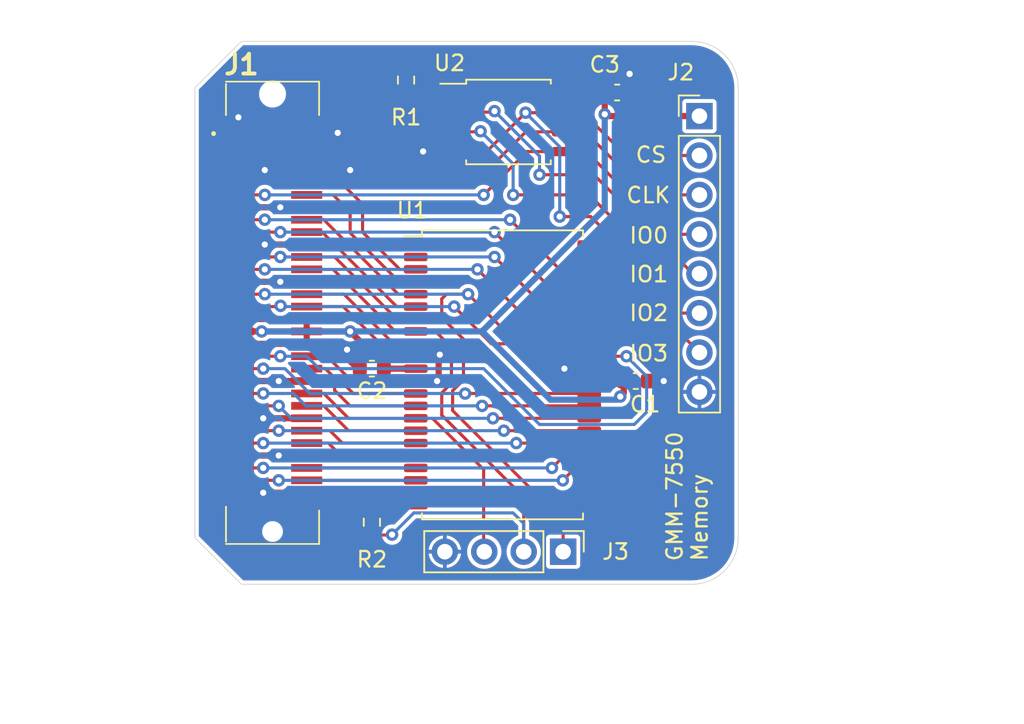
<source format=kicad_pcb>
(kicad_pcb (version 20221018) (generator pcbnew)
  (layers (0 "F.Cu" signal) (31 "B.Cu" signal) (34 "B.Paste" user) (35 "F.Paste" user) (36 "B.SilkS" user "B.Silkscreen") (37 "F.SilkS" user "F.Silkscreen") (38 "B.Mask" user) (39 "F.Mask" user) (44 "Edge.Cuts" user))
  (net 0 "")
  (net 1 "+2V5")
  (net 2 "GND")
  (net 5 "/A0")
  (net 6 "/A1")
  (net 7 "/A2")
  (net 8 "/A3")
  (net 9 "/A4")
  (net 10 "/nCE")
  (net 11 "/D00")
  (net 12 "/D01")
  (net 13 "/D02")
  (net 14 "/D03")
  (net 15 "/nWE")
  (net 16 "/A5")
  (net 17 "/A6")
  (net 18 "/A7")
  (net 19 "/A8")
  (net 20 "/A9")
  (net 26 "/A10")
  (net 27 "/A11")
  (net 28 "/A12")
  (net 29 "/A13")
  (net 30 "/A14")
  (net 31 "/D04")
  (net 32 "/D05")
  (net 33 "/D06")
  (net 34 "/D07")
  (net 35 "/nOE")
  (net 36 "/A15")
  (net 37 "/A16")
  (net 38 "/A17")
  (net 39 "/A18")
  (net 43 "/SPI_CLK")
  (net 44 "/SPI_nCS")
  (net 45 "/SPI_IO0")
  (net 46 "/SPI_IO1")
  (net 47 "/SPI_IO2")
  (net 48 "/SPI_IO3")
  (footprint "Connector_PinHeader_2.54mm:PinHeader_1x08_P2.54mm_Vertical" (layer "F.Cu") (at 87.5 54.82)
    (fp_text reference "J2" (at -1.2 -2.82) (layer "F.SilkS"))
    (fp_text value "Conn_01x08")
    (pad "1" thru_hole rect (at 0 0) (size 1.7 1.7) (drill 1) (layers "*.Cu" "*.Mask") (net 1 "+2V5"))
    (pad "2" thru_hole oval (at 0 2.54) (size 1.7 1.7) (drill 1) (layers "*.Cu" "*.Mask") (net 44 "/SPI_nCS"))
    (pad "3" thru_hole oval (at 0 5.08) (size 1.7 1.7) (drill 1) (layers "*.Cu" "*.Mask") (net 43 "/SPI_CLK"))
    (pad "4" thru_hole oval (at 0 7.62) (size 1.7 1.7) (drill 1) (layers "*.Cu" "*.Mask") (net 45 "/SPI_IO0"))
    (pad "5" thru_hole oval (at 0 10.16) (size 1.7 1.7) (drill 1) (layers "*.Cu" "*.Mask") (net 46 "/SPI_IO1"))
    (pad "6" thru_hole oval (at 0 12.7) (size 1.7 1.7) (drill 1) (layers "*.Cu" "*.Mask") (net 47 "/SPI_IO2"))
    (pad "7" thru_hole oval (at 0 15.24) (size 1.7 1.7) (drill 1) (layers "*.Cu" "*.Mask") (net 48 "/SPI_IO3"))
    (pad "8" thru_hole oval (at 0 17.78) (size 1.7 1.7) (drill 1) (layers "*.Cu" "*.Mask") (net 2 "GND"))
  )
  (footprint "Capacitor_SMD:C_0603_1608Metric" (layer "F.Cu") (at 66.4 71.1 180)
    (fp_text reference "C2" (at 0 -1.43) (layer "F.SilkS"))
    (fp_text value "0.1uF")
    (pad "1" smd roundrect (at -0.775 0 180) (size 0.9 0.95) (layers "F.Cu" "F.Paste" "F.Mask") (net 1 "+2V5"))
    (pad "2" smd roundrect (at 0.775 0 180) (size 0.9 0.95) (layers "F.Cu" "F.Paste" "F.Mask") (net 2 "GND"))
  )
  (footprint "Resistor_SMD:R_0603_1608Metric" (layer "F.Cu") (at 66.4 81 -90)
    (fp_text reference "R2" (at 2.4 0 -180) (layer "F.SilkS"))
    (fp_text value "10k")
    (pad "1" smd roundrect (at -0.825 0 270) (size 0.8 0.95) (layers "F.Cu" "F.Paste" "F.Mask") (net 1 "+2V5"))
    (pad "2" smd roundrect (at 0.825 0 270) (size 0.8 0.95) (layers "F.Cu" "F.Paste" "F.Mask") (net 10 "/nCE"))
  )
  (footprint "Capacitor_SMD:C_0603_1608Metric" (layer "F.Cu") (at 82.2 53.3)
    (fp_text reference "C3" (at -0.8 -1.8) (layer "F.SilkS"))
    (fp_text value "0.1uF")
    (pad "1" smd roundrect (at -0.775 0) (size 0.9 0.95) (layers "F.Cu" "F.Paste" "F.Mask") (net 1 "+2V5"))
    (pad "2" smd roundrect (at 0.775 0) (size 0.9 0.95) (layers "F.Cu" "F.Paste" "F.Mask") (net 2 "GND"))
  )
  (footprint "Capacitor_SMD:C_0603_1608Metric" (layer "F.Cu") (at 83.4 71.9)
    (fp_text reference "C1" (at 0.6 1.5) (layer "F.SilkS"))
    (fp_text value "0.1uF")
    (pad "1" smd roundrect (at -0.775 0) (size 0.9 0.95) (layers "F.Cu" "F.Paste" "F.Mask") (net 1 "+2V5"))
    (pad "2" smd roundrect (at 0.775 0) (size 0.9 0.95) (layers "F.Cu" "F.Paste" "F.Mask") (net 2 "GND"))
  )
  (footprint "Package_SO:SOIC-8_5.23x5.23mm_P1.27mm" (layer "F.Cu") (at 75.2 55.2)
    (fp_text reference "U2" (at -3.8 -3.8) (layer "F.SilkS"))
    (fp_text value "W25Q128JVS")
    (pad "1" smd roundrect (at -3.6 -1.905) (size 1.6 0.6) (layers "F.Cu" "F.Paste" "F.Mask") (net 44 "/SPI_nCS"))
    (pad "2" smd roundrect (at -3.6 -0.635) (size 1.6 0.6) (layers "F.Cu" "F.Paste" "F.Mask") (net 46 "/SPI_IO1"))
    (pad "3" smd roundrect (at -3.6 0.635) (size 1.6 0.6) (layers "F.Cu" "F.Paste" "F.Mask") (net 47 "/SPI_IO2"))
    (pad "4" smd roundrect (at -3.6 1.905) (size 1.6 0.6) (layers "F.Cu" "F.Paste" "F.Mask") (net 2 "GND"))
    (pad "5" smd roundrect (at 3.6 1.905) (size 1.6 0.6) (layers "F.Cu" "F.Paste" "F.Mask") (net 45 "/SPI_IO0"))
    (pad "6" smd roundrect (at 3.6 0.635) (size 1.6 0.6) (layers "F.Cu" "F.Paste" "F.Mask") (net 43 "/SPI_CLK"))
    (pad "7" smd roundrect (at 3.6 -0.635) (size 1.6 0.6) (layers "F.Cu" "F.Paste" "F.Mask") (net 48 "/SPI_IO3"))
    (pad "8" smd roundrect (at 3.6 -1.905) (size 1.6 0.6) (layers "F.Cu" "F.Paste" "F.Mask") (net 1 "+2V5"))
  )
  (footprint "Package_SO:TSOP-II-44_10.16x18.41mm_P0.8mm" (layer "F.Cu") (at 74.8125 71.5)
    (fp_text reference "U1" (at -5.8125 -10.6) (layer "F.SilkS"))
    (fp_text value "IS61C5128AL-10TLI")
    (pad "1" smd roundrect (at -5.5875 -8.4) (size 1.525 0.55) (layers "F.Cu" "F.Paste" "F.Mask"))
    (pad "2" smd roundrect (at -5.5875 -7.6) (size 1.525 0.55) (layers "F.Cu" "F.Paste" "F.Mask"))
    (pad "3" smd roundrect (at -5.5875 -6.8) (size 1.525 0.55) (layers "F.Cu" "F.Paste" "F.Mask") (net 5 "/A0"))
    (pad "4" smd roundrect (at -5.5875 -6) (size 1.525 0.55) (layers "F.Cu" "F.Paste" "F.Mask") (net 6 "/A1"))
    (pad "5" smd roundrect (at -5.5875 -5.2) (size 1.525 0.55) (layers "F.Cu" "F.Paste" "F.Mask") (net 7 "/A2"))
    (pad "6" smd roundrect (at -5.5875 -4.4) (size 1.525 0.55) (layers "F.Cu" "F.Paste" "F.Mask") (net 8 "/A3"))
    (pad "7" smd roundrect (at -5.5875 -3.6) (size 1.525 0.55) (layers "F.Cu" "F.Paste" "F.Mask") (net 9 "/A4"))
    (pad "8" smd roundrect (at -5.5875 -2.8) (size 1.525 0.55) (layers "F.Cu" "F.Paste" "F.Mask") (net 10 "/nCE"))
    (pad "9" smd roundrect (at -5.5875 -2) (size 1.525 0.55) (layers "F.Cu" "F.Paste" "F.Mask") (net 11 "/D00"))
    (pad "10" smd roundrect (at -5.5875 -1.2) (size 1.525 0.55) (layers "F.Cu" "F.Paste" "F.Mask") (net 12 "/D01"))
    (pad "11" smd roundrect (at -5.5875 -0.4) (size 1.525 0.55) (layers "F.Cu" "F.Paste" "F.Mask") (net 1 "+2V5"))
    (pad "12" smd roundrect (at -5.5875 0.4) (size 1.525 0.55) (layers "F.Cu" "F.Paste" "F.Mask") (net 2 "GND"))
    (pad "13" smd roundrect (at -5.5875 1.2) (size 1.525 0.55) (layers "F.Cu" "F.Paste" "F.Mask") (net 13 "/D02"))
    (pad "14" smd roundrect (at -5.5875 2) (size 1.525 0.55) (layers "F.Cu" "F.Paste" "F.Mask") (net 14 "/D03"))
    (pad "15" smd roundrect (at -5.5875 2.8) (size 1.525 0.55) (layers "F.Cu" "F.Paste" "F.Mask") (net 15 "/nWE"))
    (pad "16" smd roundrect (at -5.5875 3.6) (size 1.525 0.55) (layers "F.Cu" "F.Paste" "F.Mask") (net 16 "/A5"))
    (pad "17" smd roundrect (at -5.5875 4.4) (size 1.525 0.55) (layers "F.Cu" "F.Paste" "F.Mask") (net 17 "/A6"))
    (pad "18" smd roundrect (at -5.5875 5.2) (size 1.525 0.55) (layers "F.Cu" "F.Paste" "F.Mask") (net 18 "/A7"))
    (pad "19" smd roundrect (at -5.5875 6) (size 1.525 0.55) (layers "F.Cu" "F.Paste" "F.Mask") (net 19 "/A8"))
    (pad "20" smd roundrect (at -5.5875 6.8) (size 1.525 0.55) (layers "F.Cu" "F.Paste" "F.Mask") (net 20 "/A9"))
    (pad "21" smd roundrect (at -5.5875 7.6) (size 1.525 0.55) (layers "F.Cu" "F.Paste" "F.Mask"))
    (pad "22" smd roundrect (at -5.5875 8.4) (size 1.525 0.55) (layers "F.Cu" "F.Paste" "F.Mask"))
    (pad "23" smd roundrect (at 5.5875 8.4) (size 1.525 0.55) (layers "F.Cu" "F.Paste" "F.Mask"))
    (pad "24" smd roundrect (at 5.5875 7.6) (size 1.525 0.55) (layers "F.Cu" "F.Paste" "F.Mask"))
    (pad "25" smd roundrect (at 5.5875 6.8) (size 1.525 0.55) (layers "F.Cu" "F.Paste" "F.Mask"))
    (pad "26" smd roundrect (at 5.5875 6) (size 1.525 0.55) (layers "F.Cu" "F.Paste" "F.Mask") (net 26 "/A10"))
    (pad "27" smd roundrect (at 5.5875 5.2) (size 1.525 0.55) (layers "F.Cu" "F.Paste" "F.Mask") (net 27 "/A11"))
    (pad "28" smd roundrect (at 5.5875 4.4) (size 1.525 0.55) (layers "F.Cu" "F.Paste" "F.Mask") (net 28 "/A12"))
    (pad "29" smd roundrect (at 5.5875 3.6) (size 1.525 0.55) (layers "F.Cu" "F.Paste" "F.Mask") (net 29 "/A13"))
    (pad "30" smd roundrect (at 5.5875 2.8) (size 1.525 0.55) (layers "F.Cu" "F.Paste" "F.Mask") (net 30 "/A14"))
    (pad "31" smd roundrect (at 5.5875 2) (size 1.525 0.55) (layers "F.Cu" "F.Paste" "F.Mask") (net 31 "/D04"))
    (pad "32" smd roundrect (at 5.5875 1.2) (size 1.525 0.55) (layers "F.Cu" "F.Paste" "F.Mask") (net 32 "/D05"))
    (pad "33" smd roundrect (at 5.5875 0.4) (size 1.525 0.55) (layers "F.Cu" "F.Paste" "F.Mask") (net 1 "+2V5"))
    (pad "34" smd roundrect (at 5.5875 -0.4) (size 1.525 0.55) (layers "F.Cu" "F.Paste" "F.Mask") (net 2 "GND"))
    (pad "35" smd roundrect (at 5.5875 -1.2) (size 1.525 0.55) (layers "F.Cu" "F.Paste" "F.Mask") (net 33 "/D06"))
    (pad "36" smd roundrect (at 5.5875 -2) (size 1.525 0.55) (layers "F.Cu" "F.Paste" "F.Mask") (net 34 "/D07"))
    (pad "37" smd roundrect (at 5.5875 -2.8) (size 1.525 0.55) (layers "F.Cu" "F.Paste" "F.Mask") (net 35 "/nOE"))
    (pad "38" smd roundrect (at 5.5875 -3.6) (size 1.525 0.55) (layers "F.Cu" "F.Paste" "F.Mask") (net 36 "/A15"))
    (pad "39" smd roundrect (at 5.5875 -4.4) (size 1.525 0.55) (layers "F.Cu" "F.Paste" "F.Mask") (net 37 "/A16"))
    (pad "40" smd roundrect (at 5.5875 -5.2) (size 1.525 0.55) (layers "F.Cu" "F.Paste" "F.Mask") (net 38 "/A17"))
    (pad "41" smd roundrect (at 5.5875 -6) (size 1.525 0.55) (layers "F.Cu" "F.Paste" "F.Mask") (net 39 "/A18"))
    (pad "42" smd roundrect (at 5.5875 -6.8) (size 1.525 0.55) (layers "F.Cu" "F.Paste" "F.Mask"))
    (pad "43" smd roundrect (at 5.5875 -7.6) (size 1.525 0.55) (layers "F.Cu" "F.Paste" "F.Mask"))
    (pad "44" smd roundrect (at 5.5875 -8.4) (size 1.525 0.55) (layers "F.Cu" "F.Paste" "F.Mask"))
  )
  (footprint "Amphenol:10144517-061802LF" (layer "F.Cu") (at 60 67.5 90)
    (fp_text reference "J1" (at 16 -2 180) (layer "F.SilkS") (effects (font (size 1.27 1.27) (thickness 0.254))))
    (fp_text value "10144517-064802LF" hide)
    (pad "" np_thru_hole circle (at -14.1 0 90) (size 0.83 0.83) (drill 0.83) (layers "*.Cu" "*.Mask"))
    (pad "" np_thru_hole circle (at 14.1 0 90) (size 1.23 1.23) (drill 1.23) (layers "*.Cu" "*.Mask"))
    (pad "1" smd rect (at 11.6 -2.2 90) (size 0.5 2) (layers "F.Cu" "F.Paste" "F.Mask") (net 2 "GND"))
    (pad "2" smd rect (at 11.6 2.2 90) (size 0.5 2) (layers "F.Cu" "F.Paste" "F.Mask") (net 2 "GND"))
    (pad "3" smd rect (at 10.8 -2.2 90) (size 0.5 2) (layers "F.Cu" "F.Paste" "F.Mask") (net 44 "/SPI_nCS"))
    (pad "4" smd rect (at 10.8 2.2 90) (size 0.5 2) (layers "F.Cu" "F.Paste" "F.Mask") (net 48 "/SPI_IO3"))
    (pad "5" smd rect (at 10 -2.2 90) (size 0.5 2) (layers "F.Cu" "F.Paste" "F.Mask") (net 46 "/SPI_IO1"))
    (pad "6" smd rect (at 10 2.2 90) (size 0.5 2) (layers "F.Cu" "F.Paste" "F.Mask") (net 43 "/SPI_CLK"))
    (pad "7" smd rect (at 9.2 -2.2 90) (size 0.5 2) (layers "F.Cu" "F.Paste" "F.Mask") (net 2 "GND"))
    (pad "8" smd rect (at 9.2 2.2 90) (size 0.5 2) (layers "F.Cu" "F.Paste" "F.Mask") (net 2 "GND"))
    (pad "9" smd rect (at 8.4 -2.2 90) (size 0.5 2) (layers "F.Cu" "F.Paste" "F.Mask") (net 47 "/SPI_IO2"))
    (pad "10" smd rect (at 8.4 2.2 90) (size 0.5 2) (layers "F.Cu" "F.Paste" "F.Mask") (net 5 "/A0"))
    (pad "11" smd rect (at 7.6 -2.2 90) (size 0.5 2) (layers "F.Cu" "F.Paste" "F.Mask") (net 45 "/SPI_IO0"))
    (pad "12" smd rect (at 7.6 2.2 90) (size 0.5 2) (layers "F.Cu" "F.Paste" "F.Mask") (net 6 "/A1"))
    (pad "13" smd rect (at 6.8 -2.2 90) (size 0.5 2) (layers "F.Cu" "F.Paste" "F.Mask") (net 2 "GND"))
    (pad "14" smd rect (at 6.8 2.2 90) (size 0.5 2) (layers "F.Cu" "F.Paste" "F.Mask") (net 2 "GND"))
    (pad "15" smd rect (at 6 -2.2 90) (size 0.5 2) (layers "F.Cu" "F.Paste" "F.Mask") (net 39 "/A18"))
    (pad "16" smd rect (at 6 2.2 90) (size 0.5 2) (layers "F.Cu" "F.Paste" "F.Mask") (net 7 "/A2"))
    (pad "17" smd rect (at 5.2 -2.2 90) (size 0.5 2) (layers "F.Cu" "F.Paste" "F.Mask") (net 38 "/A17"))
    (pad "18" smd rect (at 5.2 2.2 90) (size 0.5 2) (layers "F.Cu" "F.Paste" "F.Mask") (net 8 "/A3"))
    (pad "19" smd rect (at 4.4 -2.2 90) (size 0.5 2) (layers "F.Cu" "F.Paste" "F.Mask") (net 2 "GND"))
    (pad "20" smd rect (at 4.4 2.2 90) (size 0.5 2) (layers "F.Cu" "F.Paste" "F.Mask") (net 2 "GND"))
    (pad "21" smd rect (at 3.6 -2.2 90) (size 0.5 2) (layers "F.Cu" "F.Paste" "F.Mask") (net 37 "/A16"))
    (pad "22" smd rect (at 3.6 2.2 90) (size 0.5 2) (layers "F.Cu" "F.Paste" "F.Mask") (net 9 "/A4"))
    (pad "23" smd rect (at 2.8 -2.2 90) (size 0.5 2) (layers "F.Cu" "F.Paste" "F.Mask") (net 36 "/A15"))
    (pad "24" smd rect (at 2.8 2.2 90) (size 0.5 2) (layers "F.Cu" "F.Paste" "F.Mask") (net 10 "/nCE"))
    (pad "25" smd rect (at 2 -2.2 90) (size 0.5 2) (layers "F.Cu" "F.Paste" "F.Mask") (net 2 "GND"))
    (pad "26" smd rect (at 2 2.2 90) (size 0.5 2) (layers "F.Cu" "F.Paste" "F.Mask") (net 2 "GND"))
    (pad "27" smd rect (at 1.2 -2.2 90) (size 0.5 2) (layers "F.Cu" "F.Paste" "F.Mask") (net 35 "/nOE"))
    (pad "28" smd rect (at 1.2 2.2 90) (size 0.5 2) (layers "F.Cu" "F.Paste" "F.Mask") (net 11 "/D00"))
    (pad "29" smd rect (at 0.4 -2.2 90) (size 0.5 2) (layers "F.Cu" "F.Paste" "F.Mask") (net 34 "/D07"))
    (pad "30" smd rect (at 0.4 2.2 90) (size 0.5 2) (layers "F.Cu" "F.Paste" "F.Mask") (net 12 "/D01"))
    (pad "31" smd rect (at -0.4 -2.2 90) (size 0.5 2) (layers "F.Cu" "F.Paste" "F.Mask") (net 1 "+2V5"))
    (pad "32" smd rect (at -0.4 2.2 90) (size 0.5 2) (layers "F.Cu" "F.Paste" "F.Mask") (net 1 "+2V5"))
    (pad "33" smd rect (at -1.2 -2.2 90) (size 0.5 2) (layers "F.Cu" "F.Paste" "F.Mask") (net 1 "+2V5"))
    (pad "34" smd rect (at -1.2 2.2 90) (size 0.5 2) (layers "F.Cu" "F.Paste" "F.Mask") (net 1 "+2V5"))
    (pad "35" smd rect (at -2 -2.2 90) (size 0.5 2) (layers "F.Cu" "F.Paste" "F.Mask") (net 1 "+2V5"))
    (pad "36" smd rect (at -2 2.2 90) (size 0.5 2) (layers "F.Cu" "F.Paste" "F.Mask") (net 1 "+2V5"))
    (pad "37" smd rect (at -2.8 -2.2 90) (size 0.5 2) (layers "F.Cu" "F.Paste" "F.Mask") (net 33 "/D06"))
    (pad "38" smd rect (at -2.8 2.2 90) (size 0.5 2) (layers "F.Cu" "F.Paste" "F.Mask") (net 13 "/D02"))
    (pad "39" smd rect (at -3.6 -2.2 90) (size 0.5 2) (layers "F.Cu" "F.Paste" "F.Mask") (net 32 "/D05"))
    (pad "40" smd rect (at -3.6 2.2 90) (size 0.5 2) (layers "F.Cu" "F.Paste" "F.Mask") (net 14 "/D03"))
    (pad "41" smd rect (at -4.4 -2.2 90) (size 0.5 2) (layers "F.Cu" "F.Paste" "F.Mask") (net 2 "GND"))
    (pad "42" smd rect (at -4.4 2.2 90) (size 0.5 2) (layers "F.Cu" "F.Paste" "F.Mask") (net 2 "GND"))
    (pad "43" smd rect (at -5.2 -2.2 90) (size 0.5 2) (layers "F.Cu" "F.Paste" "F.Mask") (net 31 "/D04"))
    (pad "44" smd rect (at -5.2 2.2 90) (size 0.5 2) (layers "F.Cu" "F.Paste" "F.Mask") (net 15 "/nWE"))
    (pad "45" smd rect (at -6 -2.2 90) (size 0.5 2) (layers "F.Cu" "F.Paste" "F.Mask") (net 30 "/A14"))
    (pad "46" smd rect (at -6 2.2 90) (size 0.5 2) (layers "F.Cu" "F.Paste" "F.Mask") (net 16 "/A5"))
    (pad "47" smd rect (at -6.8 -2.2 90) (size 0.5 2) (layers "F.Cu" "F.Paste" "F.Mask") (net 2 "GND"))
    (pad "48" smd rect (at -6.8 2.2 90) (size 0.5 2) (layers "F.Cu" "F.Paste" "F.Mask") (net 2 "GND"))
    (pad "49" smd rect (at -7.6 -2.2 90) (size 0.5 2) (layers "F.Cu" "F.Paste" "F.Mask") (net 29 "/A13"))
    (pad "50" smd rect (at -7.6 2.2 90) (size 0.5 2) (layers "F.Cu" "F.Paste" "F.Mask") (net 17 "/A6"))
    (pad "51" smd rect (at -8.4 -2.2 90) (size 0.5 2) (layers "F.Cu" "F.Paste" "F.Mask") (net 28 "/A12"))
    (pad "52" smd rect (at -8.4 2.2 90) (size 0.5 2) (layers "F.Cu" "F.Paste" "F.Mask") (net 18 "/A7"))
    (pad "53" smd rect (at -9.2 -2.2 90) (size 0.5 2) (layers "F.Cu" "F.Paste" "F.Mask") (net 2 "GND"))
    (pad "54" smd rect (at -9.2 2.2 90) (size 0.5 2) (layers "F.Cu" "F.Paste" "F.Mask") (net 2 "GND"))
    (pad "55" smd rect (at -10 -2.2 90) (size 0.5 2) (layers "F.Cu" "F.Paste" "F.Mask") (net 27 "/A11"))
    (pad "56" smd rect (at -10 2.2 90) (size 0.5 2) (layers "F.Cu" "F.Paste" "F.Mask") (net 19 "/A8"))
    (pad "57" smd rect (at -10.8 -2.2 90) (size 0.5 2) (layers "F.Cu" "F.Paste" "F.Mask") (net 26 "/A10"))
    (pad "58" smd rect (at -10.8 2.2 90) (size 0.5 2) (layers "F.Cu" "F.Paste" "F.Mask") (net 20 "/A9"))
    (pad "59" smd rect (at -11.6 -2.2 90) (size 0.5 2) (layers "F.Cu" "F.Paste" "F.Mask") (net 2 "GND"))
    (pad "60" smd rect (at -11.6 2.2 90) (size 0.5 2) (layers "F.Cu" "F.Paste" "F.Mask") (net 2 "GND"))
  )
  (footprint "Connector_PinHeader_2.54mm:PinHeader_1x04_P2.54mm_Vertical" (layer "F.Cu") (at 78.72 82.9 -90)
    (fp_text reference "J3" (at 0 -3.38) (layer "F.SilkS"))
    (fp_text value "Conn_01x04")
    (pad "1" thru_hole rect (at 0 0 270) (size 1.7 1.7) (drill 1) (layers "*.Cu" "*.Mask") (net 35 "/nOE"))
    (pad "2" thru_hole oval (at 0 2.54 270) (size 1.7 1.7) (drill 1) (layers "*.Cu" "*.Mask") (net 10 "/nCE"))
    (pad "3" thru_hole oval (at 0 5.08 270) (size 1.7 1.7) (drill 1) (layers "*.Cu" "*.Mask") (net 15 "/nWE"))
    (pad "4" thru_hole oval (at 0 7.62 270) (size 1.7 1.7) (drill 1) (layers "*.Cu" "*.Mask") (net 2 "GND"))
  )
  (footprint "Resistor_SMD:R_0603_1608Metric" (layer "F.Cu") (at 68.6 52.5 -90)
    (fp_text reference "R1" (at 2.4 0 -180) (layer "F.SilkS"))
    (fp_text value "10k")
    (pad "1" smd roundrect (at -0.825 0 270) (size 0.8 0.95) (layers "F.Cu" "F.Paste" "F.Mask") (net 1 "+2V5"))
    (pad "2" smd roundrect (at 0.825 0 270) (size 0.8 0.95) (layers "F.Cu" "F.Paste" "F.Mask") (net 44 "/SPI_nCS"))
  )
  (gr_arc locked (start 87 50) (mid 89.12132 50.87868) (end 90 53) (stroke (width 0.05)) (layer "Edge.Cuts"))
  (gr_line locked (start 87 50) (end 58 50) (stroke (width 0.05)) (layer "Edge.Cuts"))
  (gr_arc locked (start 90 82) (mid 89.12132 84.12132) (end 87 85) (stroke (width 0.05)) (layer "Edge.Cuts"))
  (gr_line locked (start 55 53) (end 58 50) (stroke (width 0.05)) (layer "Edge.Cuts"))
  (gr_line locked (start 55 82) (end 58 85) (stroke (width 0.05)) (layer "Edge.Cuts"))
  (gr_line locked (start 90 82) (end 90 53) (stroke (width 0.05)) (layer "Edge.Cuts"))
  (gr_line locked (start 58 85) (end 87 85) (stroke (width 0.05)) (layer "Edge.Cuts"))
  (gr_line locked (start 55 53) (end 55 82) (stroke (width 0.05)) (layer "Edge.Cuts"))
  (gr_text "IO2" (at 82.9 68.1) (layer "F.SilkS") (effects (font (size 1 1)) (justify left bottom)))
  (gr_text "GMM-7550\nMemory" (at 88.1 83.6 90) (layer "F.SilkS") (effects (font (size 1 1)) (justify left bottom)))
  (gr_text "IO1" (at 82.9 65.6) (layer "F.SilkS") (effects (font (size 1 1)) (justify left bottom)))
  (gr_text "CLK\n" (at 82.7 60.5) (layer "F.SilkS") (effects (font (size 1 1)) (justify left bottom)))
  (gr_text "CS" (at 83.3 57.9) (layer "F.SilkS") (effects (font (size 1 1)) (justify left bottom)))
  (gr_text "IO3" (at 82.9 70.7) (layer "F.SilkS") (effects (font (size 1 1)) (justify left bottom)))
  (gr_text "IO0" (at 82.9 63.1) (layer "F.SilkS") (effects (font (size 1 1)) (justify left bottom)))
  (segment (start 62.2 67.9) (end 62.2 69.5) (width 0.4) (layer "F.Cu") (net 1))
  (segment (start 67.175 71.1) (end 69.225 71.1) (width 0.4) (layer "F.Cu") (net 1))
  (segment (start 82.4 72.9) (end 82.625 72.675) (width 0.4) (layer "F.Cu") (net 1))
  (segment (start 82.625 71.9) (end 80.4 71.9) (width 0.4) (layer "F.Cu") (net 1))
  (segment (start 57.8 67.9) (end 57.8 69.5) (width 0.4) (layer "F.Cu") (net 1))
  (segment (start 57.8 68.7) (end 62.2 68.7) (width 0.4) (layer "F.Cu") (net 1))
  (segment (start 81.52 54.82) (end 87.5 54.82) (width 0.4) (layer "F.Cu") (net 1))
  (segment (start 62.2 68.7) (end 65 68.7) (width 0.4) (layer "F.Cu") (net 1))
  (segment (start 68.6 51.675) (end 77.875 51.675) (width 0.25) (layer "F.Cu") (net 1))
  (segment (start 65 68.7) (end 67.175 70.875) (width 0.4) (layer "F.Cu") (net 1))
  (segment (start 56.5 69.5) (end 57.8 69.5) (width 0.25) (layer "F.Cu") (net 1))
  (segment (start 62.2 67.9) (end 57.8 67.9) (width 0.4) (layer "F.Cu") (net 1))
  (segment (start 56 70) (end 56.5 69.5) (width 0.25) (layer "F.Cu") (net 1))
  (segment (start 82.625 72.675) (end 82.625 71.9) (width 0.4) (layer "F.Cu") (net 1))
  (segment (start 66.4 80.175) (end 56.775 80.175) (width 0.25) (layer "F.Cu") (net 1))
  (segment (start 78.8 52.6) (end 78.8 53.295) (width 0.25) (layer "F.Cu") (net 1))
  (segment (start 56 79.4) (end 56 70) (width 0.25) (layer "F.Cu") (net 1))
  (segment (start 81.4 53.325) (end 81.425 53.3) (width 0.4) (layer "F.Cu") (net 1))
  (segment (start 67.175 70.875) (end 67.175 71.1) (width 0.4) (layer "F.Cu") (net 1))
  (segment (start 81.4 54.7) (end 81.4 53.325) (width 0.4) (layer "F.Cu") (net 1))
  (segment (start 81.425 53.3) (end 78.805 53.3) (width 0.4) (layer "F.Cu") (net 1))
  (segment (start 56.775 80.175) (end 56 79.4) (width 0.25) (layer "F.Cu") (net 1))
  (segment (start 57.8 69.5) (end 62.2 69.5) (width 0.4) (layer "F.Cu") (net 1))
  (segment (start 78.805 53.3) (end 78.8 53.295) (width 0.4) (layer "F.Cu") (net 1))
  (segment (start 77.875 51.675) (end 78.8 52.6) (width 0.25) (layer "F.Cu") (net 1))
  (segment (start 81.4 54.7) (end 81.52 54.82) (width 0.4) (layer "F.Cu") (net 1))
  (via (at 65 68.7) (size 0.8) (drill 0.4) (layers "F.Cu" "B.Cu") (net 1))
  (via (at 82.4 72.9) (size 0.8) (drill 0.4) (layers "F.Cu" "B.Cu") (net 1))
  (via (at 81.4 54.7) (size 0.8) (drill 0.4) (layers "F.Cu" "B.Cu") (net 1))
  (via (at 59.3 68.7) (size 0.8) (drill 0.4) (layers "F.Cu" "B.Cu") (net 1))
  (segment (start 82.4 72.9) (end 82.2 73.1) (width 0.4) (layer "B.Cu") (net 1))
  (segment (start 82.2 73.1) (end 77.9 73.1) (width 0.4) (layer "B.Cu") (net 1))
  (segment (start 81.4 60.8) (end 81.4 54.7) (width 0.4) (layer "B.Cu") (net 1))
  (segment (start 72.8 68.7) (end 73.5 68.7) (width 0.4) (layer "B.Cu") (net 1))
  (segment (start 77.9 73.1) (end 73.5 68.7) (width 0.4) (layer "B.Cu") (net 1))
  (segment (start 73.5 68.7) (end 81.4 60.8) (width 0.4) (layer "B.Cu") (net 1))
  (segment (start 59.3 68.7) (end 72.8 68.7) (width 0.4) (layer "B.Cu") (net 1))
  (segment (start 69.225 71.9) (end 70.6 71.9) (width 0.4) (layer "F.Cu") (net 2))
  (segment (start 84.175 71.9) (end 85.2 71.9) (width 0.4) (layer "F.Cu") (net 2))
  (segment (start 57.8 55.9) (end 57.8 54.9) (width 0.4) (layer "F.Cu") (net 2))
  (segment (start 57.8 65.5) (end 60.5 65.5) (width 0.4) (layer "F.Cu") (net 2))
  (segment (start 65.625 71.1) (end 65.625 71.825) (width 0.3) (layer "F.Cu") (net 2))
  (segment (start 57.8 76.7) (end 62.2 76.7) (width 0.4) (layer "F.Cu") (net 2))
  (segment (start 82.975 52.125) (end 83 52.1) (width 0.25) (layer "F.Cu") (net 2))
  (segment (start 70.7 71.8) (end 70.7 70.2755) (width 0.4) (layer "F.Cu") (net 2))
  (segment (start 57.8 63.1) (end 59.5 63.1) (width 0.4) (layer "F.Cu") (net 2))
  (segment (start 64.8 70.275) (end 64.8 69.875) (width 0.6) (layer "F.Cu") (net 2))
  (segment (start 57.8 71.9) (end 60.4 71.9) (width 0.4) (layer "F.Cu") (net 2))
  (segment (start 67.925 72.1) (end 68.1 71.925) (width 0.3) (layer "F.Cu") (net 2))
  (segment (start 57.8 79.1) (end 59.4 79.1) (width 0.4) (layer "F.Cu") (net 2))
  (segment (start 65.9 72.1) (end 67.925 72.1) (width 0.3) (layer "F.Cu") (net 2))
  (segment (start 70.6 71.9) (end 70.7 71.8) (width 0.4) (layer "F.Cu") (net 2))
  (segment (start 57.8 58.3) (end 59.5 58.3) (width 0.4) (layer "F.Cu") (net 2))
  (segment (start 82.975 53.3) (end 82.975 52.125) (width 0.4) (layer "F.Cu") (net 2))
  (segment (start 59.4 79.1) (end 62.2 79.1) (width 0.4) (layer "F.Cu") (net 2))
  (segment (start 60.4 71.9) (end 62.2 71.9) (width 0.4) (layer "F.Cu") (net 2))
  (segment (start 62.2 58.3) (end 65 58.3) (width 0.4) (layer "F.Cu") (net 2))
  (segment (start 60.5 65.5) (end 62.2 65.5) (width 0.4) (layer "F.Cu") (net 2))
  (segment (start 71.6 57.105) (end 69.705 57.105) (width 0.4) (layer "F.Cu") (net 2))
  (segment (start 69.705 57.105) (end 69.7 57.1) (width 0.25) (layer "F.Cu") (net 2))
  (segment (start 65.625 71.1) (end 64.8 70.275) (width 0.6) (layer "F.Cu") (net 2))
  (segment (start 62.2 55.9) (end 64.2 55.9) (width 0.4) (layer "F.Cu") (net 2))
  (segment (start 65.625 71.825) (end 65.9 72.1) (width 0.3) (layer "F.Cu") (net 2))
  (segment (start 80.4 71.1) (end 78.8 71.1) (width 0.4) (layer "F.Cu") (net 2))
  (segment (start 69.2 71.925) (end 69.225 71.9) (width 0.2) (layer "F.Cu") (net 2))
  (segment (start 57.8 60.7) (end 60.5 60.7) (width 0.4) (layer "F.Cu") (net 2))
  (segment (start 68.1 71.925) (end 69.2 71.925) (width 0.3) (layer "F.Cu") (net 2))
  (segment (start 60.5 60.7) (end 62.2 60.7) (width 0.4) (layer "F.Cu") (net 2))
  (segment (start 59.5 63.1) (end 62.2 63.1) (width 0.4) (layer "F.Cu") (net 2))
  (segment (start 57.8 74.3) (end 62.2 74.3) (width 0.4) (layer "F.Cu") (net 2))
  (segment (start 70.7 70.2755) (end 70.7755 70.2) (width 0.4) (layer "F.Cu") (net 2))
  (via (at 64.2 55.9) (size 0.8) (drill 0.4) (layers "F.Cu" "B.Cu") (net 2))
  (via (at 60.5 60.7) (size 0.8) (drill 0.4) (layers "F.Cu" "B.Cu") (net 2))
  (via (at 60.4 71.9) (size 0.8) (drill 0.4) (layers "F.Cu" "B.Cu") (net 2))
  (via (at 59.4 74.3) (size 0.8) (drill 0.4) (layers "F.Cu" "B.Cu") (net 2))
  (via (at 57.8 54.9) (size 0.8) (drill 0.4) (layers "F.Cu" "B.Cu") (net 2))
  (via (at 59.4 79.1) (size 0.8) (drill 0.4) (layers "F.Cu" "B.Cu") (net 2))
  (via (at 78.8 71.1) (size 0.8) (drill 0.4) (layers "F.Cu" "B.Cu") (net 2))
  (via (at 83 52.1) (size 0.8) (drill 0.4) (layers "F.Cu" "B.Cu") (net 2))
  (via (at 70.7755 70.2) (size 0.8) (drill 0.4) (layers "F.Cu" "B.Cu") (net 2))
  (via (at 64.8 69.875) (size 0.8) (drill 0.4) (layers "F.Cu" "B.Cu") (net 2))
  (via (at 59.5 63.1) (size 0.8) (drill 0.4) (layers "F.Cu" "B.Cu") (net 2))
  (via (at 69.7 57.1) (size 0.8) (drill 0.4) (layers "F.Cu" "B.Cu") (net 2))
  (via (at 59.5 58.3) (size 0.8) (drill 0.4) (layers "F.Cu" "B.Cu") (net 2))
  (via (at 65 58.3) (size 0.8) (drill 0.4) (layers "F.Cu" "B.Cu") (net 2))
  (via (at 85.2 71.9) (size 0.8) (drill 0.4) (layers "F.Cu" "B.Cu") (net 2))
  (via (at 83 52.1) (size 0.8) (drill 0.4) (layers "F.Cu" "B.Cu") (net 2))
  (via (at 60.4 76.7) (size 0.8) (drill 0.4) (layers "F.Cu" "B.Cu") (net 2))
  (via (at 60.5 65.5) (size 0.8) (drill 0.4) (layers "F.Cu" "B.Cu") (net 2))
  (via (at 70.6 71.9) (size 0.8) (drill 0.4) (layers "F.Cu" "B.Cu") (net 2))
  (segment (start 68.2 64.7) (end 69.225 64.7) (width 0.2) (layer "F.Cu") (net 5))
  (segment (start 62.2 59.1) (end 64.4 59.1) (width 0.2) (layer "F.Cu") (net 5))
  (segment (start 65.8 60.5) (end 65.8 62.3) (width 0.2) (layer "F.Cu") (net 5))
  (segment (start 65.8 62.3) (end 68.2 64.7) (width 0.2) (layer "F.Cu") (net 5))
  (segment (start 64.4 59.1) (end 65.8 60.5) (width 0.2) (layer "F.Cu") (net 5))
  (segment (start 65 61) (end 63.9 59.9) (width 0.2) (layer "F.Cu") (net 6))
  (segment (start 65 62.35) (end 65 61) (width 0.2) (layer "F.Cu") (net 6))
  (segment (start 63.9 59.9) (end 62.2 59.9) (width 0.2) (layer "F.Cu") (net 6))
  (segment (start 68.15 65.5) (end 65 62.35) (width 0.2) (layer "F.Cu") (net 6))
  (segment (start 69.225 65.5) (end 68.15 65.5) (width 0.2) (layer "F.Cu") (net 6))
  (segment (start 63.3 61.5) (end 68.1 66.3) (width 0.2) (layer "F.Cu") (net 7))
  (segment (start 68.1 66.3) (end 69.225 66.3) (width 0.2) (layer "F.Cu") (net 7))
  (segment (start 62.2 61.5) (end 63.3 61.5) (width 0.2) (layer "F.Cu") (net 7))
  (segment (start 69.225 67.1) (end 68 67.1) (width 0.2) (layer "F.Cu") (net 8))
  (segment (start 68 67.1) (end 63.2 62.3) (width 0.2) (layer "F.Cu") (net 8))
  (segment (start 63.2 62.3) (end 62.2 62.3) (width 0.2) (layer "F.Cu") (net 8))
  (segment (start 68 67.9) (end 64 63.9) (width 0.2) (layer "F.Cu") (net 9))
  (segment (start 64 63.9) (end 62.2 63.9) (width 0.2) (layer "F.Cu") (net 9))
  (segment (start 69.225 67.9) (end 68 67.9) (width 0.2) (layer "F.Cu") (net 9))
  (segment (start 76.18 79.38) (end 76.18 82.9) (width 0.2) (layer "F.Cu") (net 10))
  (segment (start 70.5 68.7) (end 71.5255 69.7255) (width 0.2) (layer "F.Cu") (net 10))
  (segment (start 67.675 81.825) (end 67.7 81.8) (width 0.2) (layer "F.Cu") (net 10))
  (segment (start 66.4 81.825) (end 67.675 81.825) (width 0.2) (layer "F.Cu") (net 10))
  (segment (start 69.225 68.7) (end 70.5 68.7) (width 0.2) (layer "F.Cu") (net 10))
  (segment (start 63.9 64.7) (end 67.9 68.7) (width 0.2) (layer "F.Cu") (net 10))
  (segment (start 70.9 74.1) (end 76.18 79.38) (width 0.2) (layer "F.Cu") (net 10))
  (segment (start 70.9 72.660661) (end 70.9 74.1) (width 0.2) (layer "F.Cu") (net 10))
  (segment (start 71.5255 72.035161) (end 70.9 72.660661) (width 0.2) (layer "F.Cu") (net 10))
  (segment (start 67.9 68.7) (end 69.225 68.7) (width 0.2) (layer "F.Cu") (net 10))
  (segment (start 71.5255 69.7255) (end 71.5255 72.035161) (width 0.2) (layer "F.Cu") (net 10))
  (segment (start 62.2 64.7) (end 63.9 64.7) (width 0.2) (layer "F.Cu") (net 10))
  (via (at 67.7 81.8) (size 0.8) (drill 0.4) (layers "F.Cu" "B.Cu") (net 10))
  (segment (start 67.7 81.8) (end 69.1 80.4) (width 0.2) (layer "B.Cu") (net 10))
  (segment (start 75.5 80.4) (end 76.18 81.08) (width 0.2) (layer "B.Cu") (net 10))
  (segment (start 76.18 81.08) (end 76.18 82.9) (width 0.2) (layer "B.Cu") (net 10))
  (segment (start 69.1 80.4) (end 75.5 80.4) (width 0.2) (layer "B.Cu") (net 10))
  (segment (start 64.6 66.3) (end 67.8 69.5) (width 0.2) (layer "F.Cu") (net 11))
  (segment (start 67.8 69.5) (end 69.225 69.5) (width 0.2) (layer "F.Cu") (net 11))
  (segment (start 62.2 66.3) (end 64.6 66.3) (width 0.2) (layer "F.Cu") (net 11))
  (segment (start 64.55 67.1) (end 67.75 70.3) (width 0.2) (layer "F.Cu") (net 12))
  (segment (start 67.75 70.3) (end 69.225 70.3) (width 0.2) (layer "F.Cu") (net 12))
  (segment (start 62.2 67.1) (end 64.55 67.1) (width 0.2) (layer "F.Cu") (net 12))
  (segment (start 62.2 70.3) (end 63.5 70.3) (width 0.2) (layer "F.Cu") (net 13))
  (segment (start 65.2 72.7) (end 69.225 72.7) (width 0.2) (layer "F.Cu") (net 13))
  (segment (start 64.7 71.5) (end 64.7 72.2) (width 0.2) (layer "F.Cu") (net 13))
  (segment (start 63.5 70.3) (end 64.7 71.5) (width 0.2) (layer "F.Cu") (net 13))
  (segment (start 64.7 72.2) (end 65.2 72.7) (width 0.2) (layer "F.Cu") (net 13))
  (segment (start 65 73.5) (end 69.225 73.5) (width 0.2) (layer "F.Cu") (net 14))
  (segment (start 64 71.7) (end 64 72.5) (width 0.2) (layer "F.Cu") (net 14))
  (segment (start 64 72.5) (end 65 73.5) (width 0.2) (layer "F.Cu") (net 14))
  (segment (start 63.4 71.1) (end 64 71.7) (width 0.2) (layer "F.Cu") (net 14))
  (segment (start 62.2 71.1) (end 63.4 71.1) (width 0.2) (layer "F.Cu") (net 14))
  (segment (start 73.6 77.6) (end 73.6 82.9) (width 0.2) (layer "F.Cu") (net 15))
  (segment (start 69.225 74.3) (end 70.3 74.3) (width 0.2) (layer "F.Cu") (net 15))
  (segment (start 64.9 74.3) (end 69.225 74.3) (width 0.2) (layer "F.Cu") (net 15))
  (segment (start 62.2 72.7) (end 63.3 72.7) (width 0.2) (layer "F.Cu") (net 15))
  (segment (start 63.3 72.7) (end 64.9 74.3) (width 0.2) (layer "F.Cu") (net 15))
  (segment (start 73.6 82.9) (end 73.64 82.9) (width 0.2) (layer "F.Cu") (net 15))
  (segment (start 70.3 74.3) (end 73.6 77.6) (width 0.2) (layer "F.Cu") (net 15))
  (segment (start 64.9 75.1) (end 69.225 75.1) (width 0.2) (layer "F.Cu") (net 16))
  (segment (start 62.2 73.5) (end 63.3 73.5) (width 0.2) (layer "F.Cu") (net 16))
  (segment (start 63.3 73.5) (end 64.9 75.1) (width 0.2) (layer "F.Cu") (net 16))
  (segment (start 64.5 75.9) (end 69.225 75.9) (width 0.2) (layer "F.Cu") (net 17))
  (segment (start 62.2 75.1) (end 63.7 75.1) (width 0.2) (layer "F.Cu") (net 17))
  (segment (start 63.7 75.1) (end 64.5 75.9) (width 0.2) (layer "F.Cu") (net 17))
  (segment (start 63.6 75.9) (end 64.4 76.7) (width 0.2) (layer "F.Cu") (net 18))
  (segment (start 64.4 76.7) (end 69.225 76.7) (width 0.2) (layer "F.Cu") (net 18))
  (segment (start 62.2 75.9) (end 63.6 75.9) (width 0.2) (layer "F.Cu") (net 18))
  (segment (start 62.2 77.5) (end 69.225 77.5) (width 0.2) (layer "F.Cu") (net 19))
  (segment (start 62.2 78.3) (end 69.225 78.3) (width 0.2) (layer "F.Cu") (net 20))
  (segment (start 79.5 77.5) (end 78.7 78.3) (width 0.2) (layer "F.Cu") (net 26))
  (segment (start 80.4 77.5) (end 79.5 77.5) (width 0.2) (layer "F.Cu") (net 26))
  (segment (start 57.8 78.3) (end 60.4 78.3) (width 0.2) (layer "F.Cu") (net 26))
  (via (at 78.7 78.3) (size 0.8) (drill 0.4) (layers "F.Cu" "B.Cu") (net 26))
  (via (at 60.4 78.3) (size 0.8) (drill 0.4) (layers "F.Cu" "B.Cu") (net 26))
  (segment (start 78.7 78.3) (end 60.4 78.3) (width 0.2) (layer "B.Cu") (net 26))
  (segment (start 78.8 76.7) (end 78 77.5) (width 0.2) (layer "F.Cu") (net 27))
  (segment (start 57.8 77.5) (end 59.4 77.5) (width 0.2) (layer "F.Cu") (net 27))
  (segment (start 80.4 76.7) (end 78.8 76.7) (width 0.2) (layer "F.Cu") (net 27))
  (via (at 59.4 77.5) (size 0.8) (drill 0.4) (layers "F.Cu" "B.Cu") (net 27))
  (via (at 78 77.5) (size 0.8) (drill 0.4) (layers "F.Cu" "B.Cu") (net 27))
  (segment (start 78 77.5) (end 59.4 77.5) (width 0.2) (layer "B.Cu") (net 27))
  (segment (start 80.4 75.9) (end 75.7 75.9) (width 0.2) (layer "F.Cu") (net 28))
  (segment (start 57.8 75.9) (end 59.4 75.9) (width 0.2) (layer "F.Cu") (net 28))
  (via (at 59.4 75.9) (size 0.8) (drill 0.4) (layers "F.Cu" "B.Cu") (net 28))
  (via (at 75.7 75.9) (size 0.8) (drill 0.4) (layers "F.Cu" "B.Cu") (net 28))
  (segment (start 59.4 75.9) (end 75.7 75.9) (width 0.2) (layer "B.Cu") (net 28))
  (segment (start 80.4 75.1) (end 74.9 75.1) (width 0.2) (layer "F.Cu") (net 29))
  (segment (start 57.8 75.1) (end 60.4 75.1) (width 0.2) (layer "F.Cu") (net 29))
  (via (at 60.4 75.1) (size 0.8) (drill 0.4) (layers "F.Cu" "B.Cu") (net 29))
  (via (at 74.9 75.1) (size 0.8) (drill 0.4) (layers "F.Cu" "B.Cu") (net 29))
  (segment (start 60.4 75.1) (end 74.9 75.1) (width 0.2) (layer "B.Cu") (net 29))
  (segment (start 57.8 73.5) (end 60.4 73.5) (width 0.2) (layer "F.Cu") (net 30))
  (segment (start 80.4 74.3) (end 74.2 74.3) (width 0.2) (layer "F.Cu") (net 30))
  (via (at 74.2 74.3) (size 0.8) (drill 0.4) (layers "F.Cu" "B.Cu") (net 30))
  (via (at 60.4 73.5) (size 0.8) (drill 0.4) (layers "F.Cu" "B.Cu") (net 30))
  (segment (start 61.2 74.3) (end 60.4 73.5) (width 0.2) (layer "B.Cu") (net 30))
  (segment (start 74.2 74.3) (end 61.2 74.3) (width 0.2) (layer "B.Cu") (net 30))
  (segment (start 57.8 72.7) (end 59.4 72.7) (width 0.2) (layer "F.Cu") (net 31))
  (segment (start 80.4 73.5) (end 73.5 73.5) (width 0.2) (layer "F.Cu") (net 31))
  (via (at 73.5 73.5) (size 0.8) (drill 0.4) (layers "F.Cu" "B.Cu") (net 31))
  (via (at 59.4 72.7) (size 0.8) (drill 0.4) (layers "F.Cu" "B.Cu") (net 31))
  (segment (start 73.5 73.5) (end 62.15 73.5) (width 0.2) (layer "B.Cu") (net 31))
  (segment (start 61.35 72.7) (end 59.4 72.7) (width 0.2) (layer "B.Cu") (net 31))
  (segment (start 62.15 73.5) (end 61.35 72.7) (width 0.2) (layer "B.Cu") (net 31))
  (segment (start 72.415591 72.7) (end 72.407602 72.707989) (width 0.2) (layer "F.Cu") (net 32))
  (segment (start 57.8 71.1) (end 59.4 71.1) (width 0.2) (layer "F.Cu") (net 32))
  (segment (start 80.4 72.7) (end 72.415591 72.7) (width 0.2) (layer "F.Cu") (net 32))
  (via (at 72.407602 72.707989) (size 0.8) (drill 0.4) (layers "F.Cu" "B.Cu") (net 32))
  (via (at 59.4 71.1) (size 0.8) (drill 0.4) (layers "F.Cu" "B.Cu") (net 32))
  (segment (start 60.8 71.1) (end 59.4 71.1) (width 0.2) (layer "B.Cu") (net 32))
  (segment (start 72.399613 72.7) (end 62.4 72.7) (width 0.2) (layer "B.Cu") (net 32))
  (segment (start 62.4 72.7) (end 60.8 71.1) (width 0.2) (layer "B.Cu") (net 32))
  (segment (start 72.407602 72.707989) (end 72.399613 72.7) (width 0.2) (layer "B.Cu") (net 32))
  (segment (start 57.8 70.3) (end 60.5 70.3) (width 0.2) (layer "F.Cu") (net 33))
  (segment (start 82.8 70.3) (end 80.4 70.3) (width 0.2) (layer "F.Cu") (net 33))
  (via (at 60.5 70.3) (size 0.8) (drill 0.4) (layers "F.Cu" "B.Cu") (net 33))
  (via (at 82.8 70.3) (size 0.8) (drill 0.4) (layers "F.Cu" "B.Cu") (net 33))
  (segment (start 63 71.1) (end 73.6 71.1) (width 0.2) (layer "B.Cu") (net 33))
  (segment (start 73.6 71.1) (end 77.2 74.7) (width 0.2) (layer "B.Cu") (net 33))
  (segment (start 84.1 71.6) (end 82.8 70.3) (width 0.2) (layer "B.Cu") (net 33))
  (segment (start 84.1 73.9) (end 84.1 71.6) (width 0.2) (layer "B.Cu") (net 33))
  (segment (start 62.2 70.3) (end 63 71.1) (width 0.2) (layer "B.Cu") (net 33))
  (segment (start 77.2 74.7) (end 83.3 74.7) (width 0.2) (layer "B.Cu") (net 33))
  (segment (start 83.3 74.7) (end 84.1 73.9) (width 0.2) (layer "B.Cu") (net 33))
  (segment (start 60.5 70.3) (end 62.2 70.3) (width 0.2) (layer "B.Cu") (net 33))
  (segment (start 60.466995 67.1) (end 57.8 67.1) (width 0.2) (layer "F.Cu") (net 34))
  (segment (start 71.7 67.1) (end 74.1 69.5) (width 0.2) (layer "F.Cu") (net 34))
  (segment (start 74.1 69.5) (end 80.4 69.5) (width 0.2) (layer "F.Cu") (net 34))
  (segment (start 60.516495 67.0505) (end 60.466995 67.1) (width 0.2) (layer "F.Cu") (net 34))
  (via (at 71.7 67.1) (size 0.8) (drill 0.4) (layers "F.Cu" "B.Cu") (net 34))
  (via (at 60.516495 67.0505) (size 0.8) (drill 0.4) (layers "F.Cu" "B.Cu") (net 34))
  (segment (start 60.516495 67.0505) (end 60.565995 67.1) (width 0.2) (layer "B.Cu") (net 34))
  (segment (start 60.565995 67.1) (end 71.7 67.1) (width 0.2) (layer "B.Cu") (net 34))
  (segment (start 70.9 66.6) (end 70.9 67.8) (width 0.2) (layer "F.Cu") (net 35))
  (segment (start 71.6 72.526347) (end 71.6 73.8) (width 0.2) (layer "F.Cu") (net 35))
  (segment (start 57.8 66.3) (end 59.5 66.3) (width 0.2) (layer "F.Cu") (net 35))
  (segment (start 71.2 66.3) (end 70.9 66.6) (width 0.2) (layer "F.Cu") (net 35))
  (segment (start 75 68.7) (end 80.4 68.7) (width 0.2) (layer "F.Cu") (net 35))
  (segment (start 72.6 66.3) (end 71.2 66.3) (width 0.2) (layer "F.Cu") (net 35))
  (segment (start 78.72 80.92) (end 78.72 82.9) (width 0.2) (layer "F.Cu") (net 35))
  (segment (start 71.6 73.8) (end 78.72 80.92) (width 0.2) (layer "F.Cu") (net 35))
  (segment (start 70.9 67.8) (end 72.3 69.2) (width 0.2) (layer "F.Cu") (net 35))
  (segment (start 72.3 69.2) (end 72.3 71.826347) (width 0.2) (layer "F.Cu") (net 35))
  (segment (start 72.6 66.3) (end 75 68.7) (width 0.2) (layer "F.Cu") (net 35))
  (segment (start 72.3 71.826347) (end 71.6 72.526347) (width 0.2) (layer "F.Cu") (net 35))
  (via (at 72.6 66.3) (size 0.8) (drill 0.4) (layers "F.Cu" "B.Cu") (net 35))
  (via (at 59.5 66.3) (size 0.8) (drill 0.4) (layers "F.Cu" "B.Cu") (net 35))
  (segment (start 59.5 66.3) (end 72.6 66.3) (width 0.2) (layer "B.Cu") (net 35))
  (segment (start 80.4 67.9) (end 76.4 67.9) (width 0.2) (layer "F.Cu") (net 36))
  (segment (start 76.4 67.9) (end 73.2 64.7) (width 0.2) (layer "F.Cu") (net 36))
  (segment (start 57.8 64.7) (end 59.5 64.7) (width 0.2) (layer "F.Cu") (net 36))
  (via (at 59.5 64.7) (size 0.8) (drill 0.4) (layers "F.Cu" "B.Cu") (net 36))
  (via (at 73.2 64.7) (size 0.8) (drill 0.4) (layers "F.Cu" "B.Cu") (net 36))
  (segment (start 59.5 64.7) (end 73.2 64.7) (width 0.2) (layer "B.Cu") (net 36))
  (segment (start 77.5 67.1) (end 74.3 63.9) (width 0.2) (layer "F.Cu") (net 37))
  (segment (start 80.4 67.1) (end 77.5 67.1) (width 0.2) (layer "F.Cu") (net 37))
  (segment (start 57.8 63.9) (end 60.5 63.9) (width 0.2) (layer "F.Cu") (net 37))
  (via (at 60.5 63.9) (size 0.8) (drill 0.4) (layers "F.Cu" "B.Cu") (net 37))
  (via (at 74.3 63.9) (size 0.8) (drill 0.4) (layers "F.Cu" "B.Cu") (net 37))
  (segment (start 60.5 63.9) (end 74.3 63.9) (width 0.2) (layer "B.Cu") (net 37))
  (segment (start 78.3 66.3) (end 74.3 62.3) (width 0.2) (layer "F.Cu") (net 38))
  (segment (start 57.8 62.3) (end 60.5 62.3) (width 0.2) (layer "F.Cu") (net 38))
  (segment (start 80.4 66.3) (end 78.3 66.3) (width 0.2) (layer "F.Cu") (net 38))
  (via (at 60.5 62.3) (size 0.8) (drill 0.4) (layers "F.Cu" "B.Cu") (net 38))
  (via (at 74.3 62.3) (size 0.8) (drill 0.4) (layers "F.Cu" "B.Cu") (net 38))
  (segment (start 60.5 62.3) (end 74.3 62.3) (width 0.2) (layer "B.Cu") (net 38))
  (segment (start 80.4 65.5) (end 79.3 65.5) (width 0.2) (layer "F.Cu") (net 39))
  (segment (start 57.8 61.5) (end 59.5 61.5) (width 0.2) (layer "F.Cu") (net 39))
  (segment (start 79.3 65.5) (end 75.3 61.5) (width 0.2) (layer "F.Cu") (net 39))
  (via (at 75.3 61.5) (size 0.8) (drill 0.4) (layers "F.Cu" "B.Cu") (net 39))
  (via (at 59.5 61.5) (size 0.8) (drill 0.4) (layers "F.Cu" "B.Cu") (net 39))
  (segment (start 59.5 61.5) (end 75.3 61.5) (width 0.2) (layer "B.Cu") (net 39))
  (segment (start 84.2 59.9) (end 87.5 59.9) (width 0.2) (layer "F.Cu") (net 43))
  (segment (start 73.05 59.1) (end 76.315 55.835) (width 0.2) (layer "F.Cu") (net 43))
  (segment (start 76.315 55.835) (end 78.8 55.835) (width 0.2) (layer "F.Cu") (net 43))
  (segment (start 78.8 55.835) (end 80.135 55.835) (width 0.2) (layer "F.Cu") (net 43))
  (segment (start 80.135 55.835) (end 84.2 59.9) (width 0.2) (layer "F.Cu") (net 43))
  (segment (start 62.2 57.5) (end 66.5 57.5) (width 0.2) (layer "F.Cu") (net 43))
  (segment (start 66.5 57.5) (end 68.1 59.1) (width 0.2) (layer "F.Cu") (net 43))
  (segment (start 68.1 59.1) (end 73.05 59.1) (width 0.2) (layer "F.Cu") (net 43))
  (segment (start 76.795 53.295) (end 77.44 53.94) (width 0.2) (layer "F.Cu") (net 44))
  (segment (start 71.595 53.3) (end 71.6 53.295) (width 0.2) (layer "F.Cu") (net 44))
  (segment (start 80.4 55) (end 82.76 57.36) (width 0.2) (layer "F.Cu") (net 44))
  (segment (start 57.8 56.7) (end 56.5 56.7) (width 0.2) (layer "F.Cu") (net 44))
  (segment (start 71.6 53.295) (end 76.795 53.295) (width 0.2) (layer "F.Cu") (net 44))
  (segment (start 82.76 57.36) (end 87.5 57.36) (width 0.2) (layer "F.Cu") (net 44))
  (segment (start 65.3 51.9) (end 66.725 53.325) (width 0.2) (layer "F.Cu") (net 44))
  (segment (start 77.44 53.94) (end 80.04 53.94) (width 0.2) (layer "F.Cu") (net 44))
  (segment (start 68.63 53.295) (end 68.6 53.325) (width 0.2) (layer "F.Cu") (net 44))
  (segment (start 56.1 54.2) (end 58.4 51.9) (width 0.2) (layer "F.Cu") (net 44))
  (segment (start 80.4 54.3) (end 80.4 55) (width 0.2) (layer "F.Cu") (net 44))
  (segment (start 58.4 51.9) (end 65.3 51.9) (width 0.2) (layer "F.Cu") (net 44))
  (segment (start 56.5 56.7) (end 56.1 56.3) (width 0.2) (layer "F.Cu") (net 44))
  (segment (start 56.1 56.3) (end 56.1 54.2) (width 0.2) (layer "F.Cu") (net 44))
  (segment (start 66.725 53.325) (end 68.6 53.325) (width 0.2) (layer "F.Cu") (net 44))
  (segment (start 71.6 53.295) (end 68.63 53.295) (width 0.2) (layer "F.Cu") (net 44))
  (segment (start 80.04 53.94) (end 80.4 54.3) (width 0.2) (layer "F.Cu") (net 44))
  (segment (start 85.54 62.44) (end 80.205 57.105) (width 0.2) (layer "F.Cu") (net 45))
  (segment (start 57.8 59.9) (end 59.5 59.9) (width 0.2) (layer "F.Cu") (net 45))
  (segment (start 87.5 62.44) (end 85.54 62.44) (width 0.2) (layer "F.Cu") (net 45))
  (segment (start 80.205 57.105) (end 78.8 57.105) (width 0.2) (layer "F.Cu") (net 45))
  (segment (start 78.8 57.105) (end 76.395 57.105) (width 0.2) (layer "F.Cu") (net 45))
  (segment (start 76.395 57.105) (end 73.6 59.9) (width 0.2) (layer "F.Cu") (net 45))
  (via (at 73.6 59.9) (size 0.8) (drill 0.4) (layers "F.Cu" "B.Cu") (net 45))
  (via (at 59.5 59.9) (size 0.8) (drill 0.4) (layers "F.Cu" "B.Cu") (net 45))
  (segment (start 59.5 59.9) (end 73.6 59.9) (width 0.2) (layer "B.Cu") (net 45))
  (segment (start 59.6 55.6) (end 60.635 54.565) (width 0.2) (layer "F.Cu") (net 46))
  (segment (start 71.6 54.565) (end 74.235 54.565) (width 0.2) (layer "F.Cu") (net 46))
  (segment (start 60.635 54.565) (end 71.6 54.565) (width 0.2) (layer "F.Cu") (net 46))
  (segment (start 87.08 64.98) (end 80.7 58.6) (width 0.2) (layer "F.Cu") (net 46))
  (segment (start 74.235 54.565) (end 74.3 54.5) (width 0.2) (layer "F.Cu") (net 46))
  (segment (start 80.7 58.6) (end 77.2 58.6) (width 0.2) (layer "F.Cu") (net 46))
  (segment (start 57.8 57.5) (end 59.05 57.5) (width 0.2) (layer "F.Cu") (net 46))
  (segment (start 59.05 57.5) (end 59.6 56.95) (width 0.2) (layer "F.Cu") (net 46))
  (segment (start 59.6 56.95) (end 59.6 55.6) (width 0.2) (layer "F.Cu") (net 46))
  (segment (start 87.5 64.98) (end 87.08 64.98) (width 0.2) (layer "F.Cu") (net 46))
  (via (at 74.3 54.5) (size 0.8) (drill 0.4) (layers "F.Cu" "B.Cu") (net 46))
  (via (at 77.2 58.6) (size 0.8) (drill 0.4) (layers "F.Cu" "B.Cu") (net 46))
  (segment (start 77.2 57.4) (end 74.3 54.5) (width 0.2) (layer "B.Cu") (net 46))
  (segment (start 77.2 58.6) (end 77.2 57.4) (width 0.2) (layer "B.Cu") (net 46))
  (segment (start 83.6 64.9) (end 83.6 63.1) (width 0.2) (layer "F.Cu") (net 47))
  (segment (start 73.365 55.835) (end 73.4 55.8) (width 0.2) (layer "F.Cu") (net 47))
  (segment (start 68.1 55.1) (end 68.835 55.835) (width 0.2) (layer "F.Cu") (net 47))
  (segment (start 60.4 55.65) (end 60.95 55.1) (width 0.2) (layer "F.Cu") (net 47))
  (segment (start 60.4 58.5) (end 60.4 55.65) (width 0.2) (layer "F.Cu") (net 47))
  (segment (start 60.95 55.1) (end 68.1 55.1) (width 0.2) (layer "F.Cu") (net 47))
  (segment (start 87.5 67.52) (end 86.22 67.52) (width 0.2) (layer "F.Cu") (net 47))
  (segment (start 71.6 55.835) (end 73.365 55.835) (width 0.2) (layer "F.Cu") (net 47))
  (segment (start 83.6 63.1) (end 80.4 59.9) (width 0.2) (layer "F.Cu") (net 47))
  (segment (start 86.22 67.52) (end 83.6 64.9) (width 0.2) (layer "F.Cu") (net 47))
  (segment (start 80.4 59.9) (end 75.5 59.9) (width 0.2) (layer "F.Cu") (net 47))
  (segment (start 57.8 59.1) (end 59.8 59.1) (width 0.2) (layer "F.Cu") (net 47))
  (segment (start 68.835 55.835) (end 71.6 55.835) (width 0.2) (layer "F.Cu") (net 47))
  (segment (start 59.8 59.1) (end 60.4 58.5) (width 0.2) (layer "F.Cu") (net 47))
  (via (at 75.5 59.9) (size 0.8) (drill 0.4) (layers "F.Cu" "B.Cu") (net 47))
  (via (at 73.4 55.8) (size 0.8) (drill 0.4) (layers "F.Cu" "B.Cu") (net 47))
  (segment (start 75.5 57.9) (end 75.5 59.9) (width 0.2) (layer "B.Cu") (net 47))
  (segment (start 73.4 55.8) (end 75.5 57.9) (width 0.2) (layer "B.Cu") (net 47))
  (segment (start 67.3 56.7) (end 69 58.4) (width 0.2) (layer "F.Cu") (net 48))
  (segment (start 78.765 54.6) (end 78.8 54.565) (width 0.2) (layer "F.Cu") (net 48))
  (segment (start 80.5 61.3) (end 82.4 63.2) (width 0.2) (layer "F.Cu") (net 48))
  (segment (start 62.2 56.7) (end 67.3 56.7) (width 0.2) (layer "F.Cu") (net 48))
  (segment (start 72.5 58.4) (end 76.3 54.6) (width 0.2) (layer "F.Cu") (net 48))
  (segment (start 87.54 70.06) (end 87.5 70.06) (width 0.2) (layer "F.Cu") (net 48))
  (segment (start 82.4 63.2) (end 82.4 64.96) (width 0.2) (layer "F.Cu") (net 48))
  (segment (start 78.5 61.3) (end 80.5 61.3) (width 0.2) (layer "F.Cu") (net 48))
  (segment (start 69 58.4) (end 72.5 58.4) (width 0.2) (layer "F.Cu") (net 48))
  (segment (start 82.4 64.96) (end 87.5 70.06) (width 0.2) (layer "F.Cu") (net 48))
  (segment (start 76.3 54.6) (end 78.765 54.6) (width 0.2) (layer "F.Cu") (net 48))
  (via (at 78.5 61.3) (size 0.8) (drill 0.4) (layers "F.Cu" "B.Cu") (net 48))
  (via (at 76.3 54.6) (size 0.8) (drill 0.4) (layers "F.Cu" "B.Cu") (net 48))
  (segment (start 78.5 56.8) (end 76.3 54.6) (width 0.2) (layer "B.Cu") (net 48))
  (segment (start 78.5 61.3) (end 78.5 56.8) (width 0.2) (layer "B.Cu") (net 48))
  (zone locked (net 2) (net_name "GND") (layer "B.Cu") (name "B_GND") (connect_pads (clearance 0.15)) (min_thickness 0.15) (fill yes (thermal_gap 0.2) (thermal_bridge_width 0.25) (smoothing chamfer) (radius 0.5))
    (polygon (pts (xy 55 50) (xy 90 50) (xy 90 85) (xy 55 85)))
  )
)
</source>
